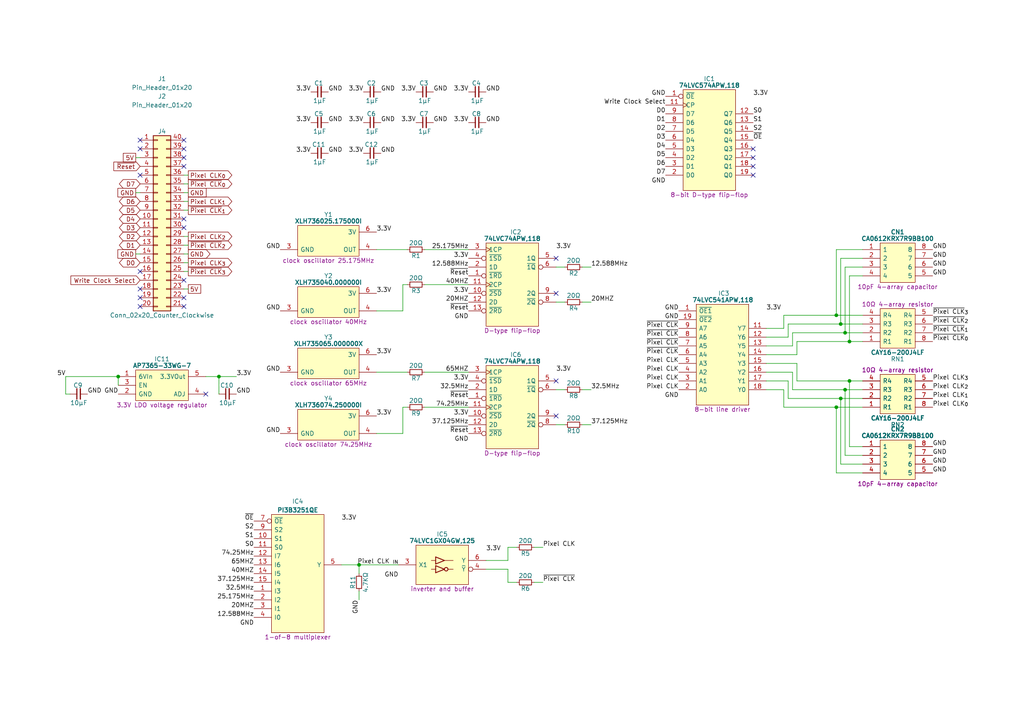
<source format=kicad_sch>
(kicad_sch (version 20250114) (generator "eeschema") (generator_version "9.0")
  (paper "A4")
  (title_block (title "Video clock") (date "2025-01-16") (rev "V0"))
  (lib_symbols
    (symbol "Bourns:CAY16-100J4LF" (pin_names (offset 0.762))
      (property "Reference" "RN" (at 10.16 5.08 0))
      (property "Value" "CAY16-100J4LF" (at 10.16 3.175 0))
      (property "Description" "10Ω 4-array resistor" (at 10.16 -10.795 0))
      (symbol "CAY16-100J4LF_0_0"
        (pin passive line (at 0 0 0) (length 5.08) (name "R1") (number "1"))
        (pin passive line (at 0 -2.54 0) (length 5.08) (name "R2") (number "2"))
        (pin passive line (at 0 -5.08 0) (length 5.08) (name "R3") (number "3"))
        (pin passive line (at 0 -7.62 0) (length 5.08) (name "R4") (number "4"))
        (pin passive line (at 20.32 0 180) (length 5.08) (name "R1") (number "8"))
        (pin passive line (at 20.32 -2.54 180) (length 5.08) (name "R2") (number "7"))
        (pin passive line (at 20.32 -5.08 180) (length 5.08) (name "R3") (number "6"))
        (pin passive line (at 20.32 -7.62 180) (length 5.08) (name "R4") (number "5"))
      )
    )
    (symbol "Connector_Generic:Conn_02x20_Counter_Clockwise" (pin_names (offset 1.016) (hide yes))
      (property "Reference" "J" (at 1.27 25.4 0))
      (property "Value" "Conn_02x20_Counter_Clockwise" (at 1.27 -27.94 0))
      (symbol "Conn_02x20_Counter_Clockwise_1_1"
        (pin passive line (at -5.08 22.86 0) (length 3.81) (name "Pin_1") (number "1"))
        (pin passive line (at -5.08 20.32 0) (length 3.81) (name "Pin_2") (number "2"))
        (pin passive line (at -5.08 17.78 0) (length 3.81) (name "Pin_3") (number "3"))
        (pin passive line (at -5.08 15.24 0) (length 3.81) (name "Pin_4") (number "4"))
        (pin passive line (at -5.08 12.7 0) (length 3.81) (name "Pin_5") (number "5"))
        (pin passive line (at -5.08 10.16 0) (length 3.81) (name "Pin_6") (number "6"))
        (pin passive line (at -5.08 7.62 0) (length 3.81) (name "Pin_7") (number "7"))
        (pin passive line (at -5.08 5.08 0) (length 3.81) (name "Pin_8") (number "8"))
        (pin passive line (at -5.08 2.54 0) (length 3.81) (name "Pin_9") (number "9"))
        (pin passive line (at -5.08 0 0) (length 3.81) (name "Pin_10") (number "10"))
        (pin passive line (at -5.08 -2.54 0) (length 3.81) (name "Pin_11") (number "11"))
        (pin passive line (at -5.08 -5.08 0) (length 3.81) (name "Pin_12") (number "12"))
        (pin passive line (at -5.08 -7.62 0) (length 3.81) (name "Pin_13") (number "13"))
        (pin passive line (at -5.08 -10.16 0) (length 3.81) (name "Pin_14") (number "14"))
        (pin passive line (at -5.08 -12.7 0) (length 3.81) (name "Pin_15") (number "15"))
        (pin passive line (at -5.08 -15.24 0) (length 3.81) (name "Pin_16") (number "16"))
        (pin passive line (at -5.08 -17.78 0) (length 3.81) (name "Pin_17") (number "17"))
        (pin passive line (at -5.08 -20.32 0) (length 3.81) (name "Pin_18") (number "18"))
        (pin passive line (at -5.08 -22.86 0) (length 3.81) (name "Pin_19") (number "19"))
        (pin passive line (at -5.08 -25.4 0) (length 3.81) (name "Pin_20") (number "20"))
        (pin passive line (at 7.62 22.86 180) (length 3.81) (name "Pin_40") (number "40"))
        (pin passive line (at 7.62 20.32 180) (length 3.81) (name "Pin_39") (number "39"))
        (pin passive line (at 7.62 17.78 180) (length 3.81) (name "Pin_38") (number "38"))
        (pin passive line (at 7.62 15.24 180) (length 3.81) (name "Pin_37") (number "37"))
        (pin passive line (at 7.62 12.7 180) (length 3.81) (name "Pin_36") (number "36"))
        (pin passive line (at 7.62 10.16 180) (length 3.81) (name "Pin_35") (number "35"))
        (pin passive line (at 7.62 7.62 180) (length 3.81) (name "Pin_34") (number "34"))
        (pin passive line (at 7.62 5.08 180) (length 3.81) (name "Pin_33") (number "33"))
        (pin passive line (at 7.62 2.54 180) (length 3.81) (name "Pin_32") (number "32"))
        (pin passive line (at 7.62 0 180) (length 3.81) (name "Pin_31") (number "31"))
        (pin passive line (at 7.62 -2.54 180) (length 3.81) (name "Pin_30") (number "30"))
        (pin passive line (at 7.62 -5.08 180) (length 3.81) (name "Pin_29") (number "29"))
        (pin passive line (at 7.62 -7.62 180) (length 3.81) (name "Pin_28") (number "28"))
        (pin passive line (at 7.62 -10.16 180) (length 3.81) (name "Pin_27") (number "27"))
        (pin passive line (at 7.62 -12.7 180) (length 3.81) (name "Pin_26") (number "26"))
        (pin passive line (at 7.62 -15.24 180) (length 3.81) (name "Pin_25") (number "25"))
        (pin passive line (at 7.62 -17.78 180) (length 3.81) (name "Pin_24") (number "24"))
        (pin passive line (at 7.62 -20.32 180) (length 3.81) (name "Pin_23") (number "23"))
        (pin passive line (at 7.62 -22.86 180) (length 3.81) (name "Pin_22") (number "22"))
        (pin passive line (at 7.62 -25.4 180) (length 3.81) (name "Pin_21") (number "21"))
      )
    )
    (symbol "Diodes_Inc:AP7365-33WG-7" (pin_names (offset 0.762))
      (property "Reference" "IC" (at 12.7 5.08 0))
      (property "Value" "AP7365-33WG-7" (at 12.7 3.175 0))
      (property "Description" "3.3V LDO voltage regulator" (at 12.7 -8.255 0))
      (symbol "AP7365-33WG-7_0_0"
        (pin input line (at 0 -2.54 0) (length 5.08) (name "EN") (number "3"))
        (pin passive line (at 0 -5.08 0) (length 5.08) (name "GND") (number "2"))
        (pin passive line (at 25.4 -5.08 180) (length 5.08) (name "ADJ") (number "4"))
      )
      (symbol "AP7365-33WG-7_1_0"
        (pin passive line (at 0 0 0) (length 5.08) (name "6VIn") (number "1"))
        (pin passive line (at 25.4 0 180) (length 5.08) (name "3.3VOut") (number "5"))
      )
    )
    (symbol "Diodes_Inc:PI3B3251QE" (pin_names (offset 0.762))
      (property "Reference" "IC" (at 12.7 5.715 0))
      (property "Value" "PI3B3251QE" (at 12.7 3.175 0))
      (property "Description" "1-of-8 multiplexer" (at 12.7 -33.655 0))
      (symbol "PI3B3251QE_0_0"
        (pin input line (at 0 -2.54 0) (length 5.08) (name "S2") (number "9"))
        (pin input line (at 0 -5.08 0) (length 5.08) (name "S1") (number "10"))
        (pin input line (at 0 -7.62 0) (length 5.08) (name "S0") (number "11"))
        (pin input line (at 0 -10.16 0) (length 5.08) (name "I7") (number "12"))
        (pin input line (at 0 -12.7 0) (length 5.08) (name "I6") (number "13"))
        (pin input line (at 0 -15.24 0) (length 5.08) (name "I5") (number "14"))
        (pin input line (at 0 -17.78 0) (length 5.08) (name "I4") (number "15"))
        (pin input line (at 0 -20.32 0) (length 5.08) (name "I3") (number "1"))
        (pin input line (at 0 -22.86 0) (length 5.08) (name "I2") (number "2"))
        (pin input line (at 0 -25.4 0) (length 5.08) (name "I1") (number "3"))
        (pin input line (at 0 -27.94 0) (length 5.08) (name "I0") (number "4"))
        (pin passive line (at 0 -30.48 0) (length 5.08) (hide yes) (name "GND") (number "8"))
      )
      (symbol "PI3B3251QE_1_0"
        (pin input inverted (at 0 0 0) (length 5.08) (name "~{OE}") (number "7"))
        (pin passive line (at 25.4 0 180) (length 5.08) (hide yes) (name "3V") (number "16"))
        (pin tri_state line (at 25.4 -12.7 180) (length 5.08) (name "Y") (number "5"))
        (pin no_connect line (at 25.4 -15.24 180) (length 5.08) (hide yes) (name "NC") (number "6"))
      )
    )
    (symbol "HCP65:C_0805" (pin_numbers (hide yes)) (pin_names (offset 0.254) (hide yes))
      (property "Reference" "C" (at 2.286 2.54 0))
      (property "Value" "?μF" (at 2.54 -2.54 0))
      (symbol "C_0805_1_1"
        (pin passive line (at 0 0 0) (length 2.032) (name "~") (number "1"))
        (pin passive line (at 5.08 0 180) (length 2.032) (name "~") (number "2"))
      )
    )
    (symbol "HCP65:Pin_Header_01x32" (pin_names (offset 1.016) (hide yes))
      (property "Reference" "J" (at 0 1.27 0))
      (property "Value" "Pin_Header_01x32" (at 0 -1.27 0))
    )
    (symbol "HCP65:R_0805" (pin_numbers (hide yes)) (pin_names (hide yes))
      (property "Reference" "R" (at 2.54 1.778 0))
      (property "Value" "?Ω" (at 2.54 -1.905 0))
      (symbol "R_0805_1_1"
        (pin passive line (at 0 0 0) (length 0.72) (name "~") (number "1"))
        (pin passive line (at 5.08 0 180) (length 0.72) (name "~") (number "2"))
      )
    )
    (symbol "Nexperia:74LVC1GX04GW,125" (pin_names (offset 0.762))
      (property "Reference" "IC" (at 12.7 5.08 0))
      (property "Value" "74LVC1GX04GW,125" (at 12.7 3.175 0))
      (property "Description" "inverter and buffer" (at 12.7 -10.795 0))
      (symbol "74LVC1GX04GW,125_0_0"
        (pin no_connect line (at 0 0 0) (length 5.08) (hide yes) (name "n.c.") (number "1"))
        (pin input line (at 0 -3.81 0) (length 5.08) (name "X1") (number "3"))
        (pin passive line (at 0 -7.62 0) (length 5.08) (hide yes) (name "GND") (number "2"))
        (pin passive line (at 25.4 0 180) (length 5.08) (hide yes) (name "3V") (number "5"))
        (pin output line (at 25.4 -2.54 180) (length 5.08) (name "Y") (number "6"))
        (pin output inverted (at 25.4 -5.08 180) (length 5.08) (name "~{Y}") (number "4"))
      )
    )
    (symbol "Nexperia:74LVC541APW,118" (pin_names (offset 0.762))
      (property "Reference" "IC" (at 11.43 5.08 0))
      (property "Value" "74LVC541APW,118" (at 3.81 3.175 0))
      (property "Description" "8-bit line driver" (at 12.7 -28.575 0))
      (symbol "74LVC541APW,118_0_0"
        (pin input line (at 0 0 0) (length 5.08) (name "~{OE1}") (number "1"))
        (pin input line (at 0 -2.54 0) (length 5.08) (name "~{OE2}") (number "19"))
        (pin input line (at 0 -5.08 0) (length 5.08) (name "A7") (number "9"))
        (pin input line (at 0 -7.62 0) (length 5.08) (name "A6") (number "8"))
        (pin input line (at 0 -10.16 0) (length 5.08) (name "A5") (number "7"))
        (pin input line (at 0 -12.7 0) (length 5.08) (name "A4") (number "6"))
        (pin input line (at 0 -15.24 0) (length 5.08) (name "A3") (number "5"))
        (pin input line (at 0 -17.78 0) (length 5.08) (name "A2") (number "4"))
        (pin input line (at 0 -20.32 0) (length 5.08) (name "A1") (number "3"))
        (pin input line (at 0 -22.86 0) (length 5.08) (name "A0") (number "2"))
        (pin passive line (at 0 -25.4 0) (length 5.08) (hide yes) (name "GND") (number "10"))
        (pin passive line (at 25.4 0 180) (length 5.08) (hide yes) (name "3V") (number "20"))
        (pin tri_state line (at 25.4 -5.08 180) (length 5.08) (name "Y7") (number "11"))
        (pin tri_state line (at 25.4 -7.62 180) (length 5.08) (name "Y6") (number "12"))
        (pin tri_state line (at 25.4 -10.16 180) (length 5.08) (name "Y5") (number "13"))
        (pin tri_state line (at 25.4 -12.7 180) (length 5.08) (name "Y4") (number "14"))
        (pin tri_state line (at 25.4 -15.24 180) (length 5.08) (name "Y3") (number "15"))
        (pin tri_state line (at 25.4 -17.78 180) (length 5.08) (name "Y2") (number "16"))
        (pin tri_state line (at 25.4 -20.32 180) (length 5.08) (name "Y1") (number "17"))
        (pin tri_state line (at 25.4 -22.86 180) (length 5.08) (name "Y0") (number "18"))
      )
    )
    (symbol "Nexperia:74LVC574APW,118" (pin_names (offset 0.762))
      (property "Reference" "IC" (at 12.7 5.08 0))
      (property "Value" "74LVC574APW,118" (at 12.7 3.175 0))
      (property "Description" "8-bit D-type flip-flop" (at 12.7 -28.575 0))
      (symbol "74LVC574APW,118_0_0"
        (pin input inverted (at 0 0 0) (length 5.08) (name "~{OE}") (number "1"))
        (pin input clock (at 0 -2.54 0) (length 5.08) (name "CP") (number "11"))
        (pin input line (at 0 -5.08 0) (length 5.08) (name "D7") (number "9"))
        (pin input line (at 0 -7.62 0) (length 5.08) (name "D6") (number "8"))
        (pin input line (at 0 -10.16 0) (length 5.08) (name "D5") (number "7"))
        (pin input line (at 0 -12.7 0) (length 5.08) (name "D4") (number "6"))
        (pin input line (at 0 -15.24 0) (length 5.08) (name "D3") (number "5"))
        (pin input line (at 0 -17.78 0) (length 5.08) (name "D2") (number "4"))
        (pin input line (at 0 -20.32 0) (length 5.08) (name "D1") (number "3"))
        (pin input line (at 0 -22.86 0) (length 5.08) (name "D0") (number "2"))
        (pin passive line (at 0 -25.4 0) (length 5.08) (hide yes) (name "GND") (number "10"))
        (pin passive line (at 25.4 0 180) (length 5.08) (hide yes) (name "3V") (number "20"))
        (pin tri_state line (at 25.4 -7.62 180) (length 5.08) (name "Q6") (number "13"))
        (pin tri_state line (at 25.4 -10.16 180) (length 5.08) (name "Q5") (number "14"))
        (pin tri_state line (at 25.4 -12.7 180) (length 5.08) (name "Q4") (number "15"))
        (pin tri_state line (at 25.4 -15.24 180) (length 5.08) (name "Q3") (number "16"))
        (pin tri_state line (at 25.4 -17.78 180) (length 5.08) (name "Q2") (number "17"))
        (pin tri_state line (at 25.4 -20.32 180) (length 5.08) (name "Q1") (number "18"))
        (pin tri_state line (at 25.4 -22.86 180) (length 5.08) (name "Q0") (number "19"))
      )
      (symbol "74LVC574APW,118_1_0"
        (pin tri_state line (at 25.4 -5.08 180) (length 5.08) (name "Q7") (number "12"))
      )
    )
    (symbol "Nexperia:74LVC74APW,118" (pin_names (offset 0.762))
      (property "Reference" "IC" (at 12.065 5.08 0))
      (property "Value" "74LVC74APW,118" (at 12.7 3.175 0))
      (property "Description" "D-type flip-flop" (at 12.7 -23.495 0))
      (symbol "74LVC74APW,118_0_0"
        (pin input clock (at 0 0 0) (length 5.08) (name "1CP") (number "3"))
        (pin input inverted (at 0 -2.54 0) (length 5.08) (name "~{1SD}") (number "4"))
        (pin input line (at 0 -5.08 0) (length 5.08) (name "1D") (number "2"))
        (pin input inverted (at 0 -7.62 0) (length 5.08) (name "~{1RD}") (number "1"))
        (pin input clock (at 0 -10.16 0) (length 5.08) (name "2CP") (number "11"))
        (pin input inverted (at 0 -12.7 0) (length 5.08) (name "~{2SD}") (number "10"))
        (pin input line (at 0 -15.24 0) (length 5.08) (name "2D") (number "12"))
        (pin input inverted (at 0 -17.78 0) (length 5.08) (name "~{2RD}") (number "13"))
        (pin passive line (at 0 -20.32 0) (length 5.08) (hide yes) (name "GND") (number "7"))
        (pin passive line (at 25.4 0 180) (length 5.08) (hide yes) (name "3V") (number "14"))
        (pin output line (at 25.4 -2.54 180) (length 5.08) (name "1Q") (number "5"))
        (pin output inverted (at 25.4 -5.08 180) (length 5.08) (name "~{1Q}") (number "6"))
        (pin output line (at 25.4 -12.7 180) (length 5.08) (name "2Q") (number "9"))
        (pin output inverted (at 25.4 -15.24 180) (length 5.08) (name "~{2Q}") (number "8"))
      )
    )
    (symbol "Renesas:XLH735040.000000I" (pin_names (offset 0.762))
      (property "Reference" "Y" (at 13.97 5.08 0))
      (property "Value" "XLH735040.000000I" (at 13.97 3.175 0))
      (property "Description" "clock oscillator 40MHz" (at 13.97 -8.255 0))
      (symbol "XLH735040.000000I_0_0"
        (pin no_connect line (at 0 0 0) (length 5.08) (hide yes) (name "E/D") (number "1"))
        (pin no_connect line (at 0 -2.54 0) (length 5.08) (hide yes) (name "NC") (number "2"))
        (pin no_connect line (at 27.94 -2.54 180) (length 5.08) (hide yes) (name "OUT2") (number "5"))
        (pin output line (at 27.94 -5.08 180) (length 5.08) (name "OUT") (number "4"))
      )
      (symbol "XLH735040.000000I_1_0"
        (pin passive line (at 0 -5.08 0) (length 5.08) (name "GND") (number "3"))
        (pin passive line (at 27.94 0 180) (length 5.08) (name "3V") (number "6"))
      )
    )
    (symbol "Renesas:XLH735065.000000X" (pin_names (offset 0.762))
      (property "Reference" "Y" (at 13.97 5.08 0))
      (property "Value" "XLH735065.000000X" (at 13.97 3.175 0))
      (property "Description" "clock oscillator 65MHz" (at 13.97 -8.255 0))
      (symbol "XLH735065.000000X_0_0"
        (pin no_connect line (at 0 0 0) (length 5.08) (hide yes) (name "E/D") (number "1"))
        (pin no_connect line (at 0 -2.54 0) (length 5.08) (hide yes) (name "NC") (number "2"))
        (pin no_connect line (at 27.94 -2.54 180) (length 5.08) (hide yes) (name "OUT2") (number "5"))
        (pin output line (at 27.94 -5.08 180) (length 5.08) (name "OUT") (number "4"))
      )
      (symbol "XLH735065.000000X_1_0"
        (pin passive line (at 0 -5.08 0) (length 5.08) (name "GND") (number "3"))
        (pin passive line (at 27.94 0 180) (length 5.08) (name "3V") (number "6"))
      )
    )
    (symbol "Renesas:XLH736025.175000I" (pin_names (offset 0.762))
      (property "Reference" "Y" (at 13.97 5.08 0))
      (property "Value" "XLH736025.175000I" (at 13.97 3.175 0))
      (property "Description" "clock oscillator 25.175MHz" (at 13.97 -8.255 0))
      (symbol "XLH736025.175000I_0_0"
        (pin no_connect line (at 0 0 0) (length 5.08) (hide yes) (name "E/D") (number "1"))
        (pin no_connect line (at 0 -2.54 0) (length 5.08) (hide yes) (name "NC") (number "2"))
        (pin no_connect line (at 27.94 -2.54 180) (length 5.08) (hide yes) (name "OUT2") (number "5"))
        (pin output line (at 27.94 -5.08 180) (length 5.08) (name "OUT") (number "4"))
      )
      (symbol "XLH736025.175000I_1_0"
        (pin passive line (at 0 -5.08 0) (length 5.08) (name "GND") (number "3"))
        (pin passive line (at 27.94 0 180) (length 5.08) (name "3V") (number "6"))
      )
    )
    (symbol "Renesas:XLH736074.250000I" (pin_names (offset 0.762))
      (property "Reference" "Y" (at 13.97 5.08 0))
      (property "Value" "XLH736074.250000I" (at 13.97 3.175 0))
      (property "Description" "clock oscillator 74.25MHz" (at 13.97 -8.255 0))
      (symbol "XLH736074.250000I_0_0"
        (pin no_connect line (at 0 0 0) (length 5.08) (hide yes) (name "E/D") (number "1"))
        (pin no_connect line (at 0 -2.54 0) (length 5.08) (hide yes) (name "NC") (number "2"))
        (pin no_connect line (at 27.94 -2.54 180) (length 5.08) (hide yes) (name "OUT2") (number "5"))
        (pin output line (at 27.94 -5.08 180) (length 5.08) (name "OUT") (number "4"))
      )
      (symbol "XLH736074.250000I_1_0"
        (pin passive line (at 0 -5.08 0) (length 5.08) (name "GND") (number "3"))
        (pin passive line (at 27.94 0 180) (length 5.08) (name "3V") (number "6"))
      )
    )
    (symbol "Yageo:CA0612KRX7R9BB100" (pin_names (offset 0.762))
      (property "Reference" "CN" (at 10.16 5.08 0))
      (property "Value" "CA0612KRX7R9BB100" (at 10.16 3.175 0))
      (property "Description" "10pF 4-array capacitor" (at 10.16 -10.795 0))
      (symbol "CA0612KRX7R9BB100_0_0"
        (pin passive line (at 0 0 0) (length 5.08) (name "1") (number "1"))
        (pin passive line (at 0 -2.54 0) (length 5.08) (name "2") (number "2"))
        (pin passive line (at 0 -5.08 0) (length 5.08) (name "3") (number "3"))
        (pin passive line (at 0 -7.62 0) (length 5.08) (name "4") (number "4"))
        (pin passive line (at 20.32 0 180) (length 5.08) (name "8") (number "8"))
        (pin passive line (at 20.32 -2.54 180) (length 5.08) (name "7") (number "7"))
        (pin passive line (at 20.32 -5.08 180) (length 5.08) (name "6") (number "6"))
        (pin passive line (at 20.32 -7.62 180) (length 5.08) (name "5") (number "5"))
      )
    )
  )
  (junction (at 242.57 91.44))
  (junction (at 63.5 109.22))
  (junction (at 245.11 96.52))
  (junction (at 246.38 110.49))
  (junction (at 242.57 118.11))
  (junction (at 246.38 99.06))
  (junction (at 104.14 163.83))
  (junction (at 34.29 109.22))
  (junction (at 243.84 93.98))
  (junction (at 243.84 115.57))
  (junction (at 245.11 113.03))
  (no_connect (at 40.64 86.36))
  (no_connect (at 40.64 40.64))
  (no_connect (at 40.64 88.9))
  (no_connect (at 218.44 45.72))
  (no_connect (at 53.34 63.5))
  (no_connect (at 161.29 110.49))
  (no_connect (at 53.34 88.9))
  (no_connect (at 53.34 40.64))
  (no_connect (at 40.64 78.74))
  (no_connect (at 161.29 85.09))
  (no_connect (at 40.64 83.82))
  (no_connect (at 40.64 50.8))
  (no_connect (at 53.34 45.72))
  (no_connect (at 218.44 43.18))
  (no_connect (at 218.44 50.8))
  (no_connect (at 161.29 74.93))
  (no_connect (at 53.34 48.26))
  (no_connect (at 53.34 66.04))
  (no_connect (at 53.34 81.28))
  (no_connect (at 40.64 43.18))
  (no_connect (at 161.29 120.65))
  (no_connect (at 59.69 114.3))
  (no_connect (at 53.34 43.18))
  (no_connect (at 218.44 48.26))
  (no_connect (at 53.34 86.36))
  (wire (pts (xy 250.19 77.47) (xy 245.11 77.47)))
  (wire (pts (xy 227.33 118.11) (xy 227.33 113.03)))
  (wire (pts (xy 250.19 115.57) (xy 243.84 115.57)))
  (wire (pts (xy 149.86 168.91) (xy 147.32 168.91)))
  (wire (pts (xy 250.19 74.93) (xy 243.84 74.93)))
  (wire (pts (xy 250.19 99.06) (xy 246.38 99.06)))
  (wire (pts (xy 104.14 173.99) (xy 104.14 171.45)))
  (wire (pts (xy 163.83 123.19) (xy 161.29 123.19)))
  (wire (pts (xy 228.6 110.49) (xy 222.25 110.49)))
  (wire (pts (xy 231.14 99.06) (xy 231.14 102.87)))
  (wire (pts (xy 54.61 55.88) (xy 53.34 55.88)))
  (wire (pts (xy 227.33 95.25) (xy 222.25 95.25)))
  (wire (pts (xy 54.61 58.42) (xy 53.34 58.42)))
  (wire (pts (xy 54.61 76.2) (xy 53.34 76.2)))
  (wire (pts (xy 228.6 97.79) (xy 222.25 97.79)))
  (wire (pts (xy 229.87 96.52) (xy 229.87 100.33)))
  (wire (pts (xy 229.87 100.33) (xy 222.25 100.33)))
  (wire (pts (xy 242.57 137.16) (xy 242.57 118.11)))
  (wire (pts (xy 54.61 53.34) (xy 53.34 53.34)))
  (wire (pts (xy 163.83 113.03) (xy 161.29 113.03)))
  (wire (pts (xy 250.19 72.39) (xy 242.57 72.39)))
  (wire (pts (xy 34.29 109.22) (xy 34.29 111.76)))
  (wire (pts (xy 147.32 168.91) (xy 147.32 165.1)))
  (wire (pts (xy 149.86 158.75) (xy 147.32 158.75)))
  (wire (pts (xy 250.19 137.16) (xy 242.57 137.16)))
  (wire (pts (xy 147.32 158.75) (xy 147.32 162.56)))
  (wire (pts (xy 116.84 118.11) (xy 116.84 125.73)))
  (wire (pts (xy 19.05 109.22) (xy 19.05 114.3)))
  (wire (pts (xy 116.84 82.55) (xy 116.84 90.17)))
  (wire (pts (xy 39.37 45.72) (xy 40.64 45.72)))
  (wire (pts (xy 54.61 71.12) (xy 53.34 71.12)))
  (wire (pts (xy 109.22 72.39) (xy 118.11 72.39)))
  (wire (pts (xy 250.19 80.01) (xy 246.38 80.01)))
  (wire (pts (xy 246.38 80.01) (xy 246.38 99.06)))
  (wire (pts (xy 242.57 118.11) (xy 227.33 118.11)))
  (wire (pts (xy 243.84 115.57) (xy 228.6 115.57)))
  (wire (pts (xy 54.61 60.96) (xy 53.34 60.96)))
  (wire (pts (xy 250.19 118.11) (xy 242.57 118.11)))
  (wire (pts (xy 231.14 110.49) (xy 231.14 105.41)))
  (wire (pts (xy 59.69 109.22) (xy 63.5 109.22)))
  (wire (pts (xy 243.84 74.93) (xy 243.84 93.98)))
  (wire (pts (xy 135.89 118.11) (xy 123.19 118.11)))
  (wire (pts (xy 118.11 82.55) (xy 116.84 82.55)))
  (wire (pts (xy 157.48 168.91) (xy 154.94 168.91)))
  (wire (pts (xy 250.19 132.08) (xy 245.11 132.08)))
  (wire (pts (xy 228.6 93.98) (xy 228.6 97.79)))
  (wire (pts (xy 250.19 91.44) (xy 242.57 91.44)))
  (wire (pts (xy 171.45 77.47) (xy 168.91 77.47)))
  (wire (pts (xy 63.5 114.3) (xy 63.5 109.22)))
  (wire (pts (xy 163.83 77.47) (xy 161.29 77.47)))
  (wire (pts (xy 250.19 134.62) (xy 243.84 134.62)))
  (wire (pts (xy 157.48 158.75) (xy 154.94 158.75)))
  (wire (pts (xy 245.11 113.03) (xy 229.87 113.03)))
  (wire (pts (xy 171.45 113.03) (xy 168.91 113.03)))
  (wire (pts (xy 250.19 96.52) (xy 245.11 96.52)))
  (wire (pts (xy 104.14 163.83) (xy 115.57 163.83)))
  (wire (pts (xy 54.61 78.74) (xy 53.34 78.74)))
  (wire (pts (xy 54.61 83.82) (xy 53.34 83.82)))
  (wire (pts (xy 54.61 50.8) (xy 53.34 50.8)))
  (wire (pts (xy 109.22 107.95) (xy 118.11 107.95)))
  (wire (pts (xy 243.84 93.98) (xy 228.6 93.98)))
  (wire (pts (xy 245.11 132.08) (xy 245.11 113.03)))
  (wire (pts (xy 123.19 107.95) (xy 135.89 107.95)))
  (wire (pts (xy 54.61 68.58) (xy 53.34 68.58)))
  (wire (pts (xy 171.45 123.19) (xy 168.91 123.19)))
  (wire (pts (xy 250.19 113.03) (xy 245.11 113.03)))
  (wire (pts (xy 104.14 163.83) (xy 104.14 166.37)))
  (wire (pts (xy 243.84 134.62) (xy 243.84 115.57)))
  (wire (pts (xy 231.14 102.87) (xy 222.25 102.87)))
  (wire (pts (xy 227.33 113.03) (xy 222.25 113.03)))
  (wire (pts (xy 135.89 82.55) (xy 123.19 82.55)))
  (wire (pts (xy 245.11 96.52) (xy 229.87 96.52)))
  (wire (pts (xy 231.14 105.41) (xy 222.25 105.41)))
  (wire (pts (xy 147.32 165.1) (xy 140.97 165.1)))
  (wire (pts (xy 171.45 87.63) (xy 168.91 87.63)))
  (wire (pts (xy 250.19 129.54) (xy 246.38 129.54)))
  (wire (pts (xy 245.11 77.47) (xy 245.11 96.52)))
  (wire (pts (xy 123.19 72.39) (xy 135.89 72.39)))
  (wire (pts (xy 39.37 55.88) (xy 40.64 55.88)))
  (wire (pts (xy 116.84 90.17) (xy 109.22 90.17)))
  (wire (pts (xy 246.38 129.54) (xy 246.38 110.49)))
  (wire (pts (xy 163.83 87.63) (xy 161.29 87.63)))
  (wire (pts (xy 250.19 93.98) (xy 243.84 93.98)))
  (wire (pts (xy 116.84 125.73) (xy 109.22 125.73)))
  (wire (pts (xy 54.61 73.66) (xy 53.34 73.66)))
  (wire (pts (xy 250.19 110.49) (xy 246.38 110.49)))
  (wire (pts (xy 242.57 91.44) (xy 227.33 91.44)))
  (wire (pts (xy 19.05 109.22) (xy 34.29 109.22)))
  (wire (pts (xy 246.38 99.06) (xy 231.14 99.06)))
  (wire (pts (xy 147.32 162.56) (xy 140.97 162.56)))
  (wire (pts (xy 63.5 109.22) (xy 68.58 109.22)))
  (wire (pts (xy 118.11 118.11) (xy 116.84 118.11)))
  (wire (pts (xy 242.57 72.39) (xy 242.57 91.44)))
  (wire (pts (xy 39.37 73.66) (xy 40.64 73.66)))
  (wire (pts (xy 19.05 114.3) (xy 20.32 114.3)))
  (wire (pts (xy 229.87 113.03) (xy 229.87 107.95)))
  (wire (pts (xy 228.6 115.57) (xy 228.6 110.49)))
  (wire (pts (xy 227.33 91.44) (xy 227.33 95.25)))
  (wire (pts (xy 246.38 110.49) (xy 231.14 110.49)))
  (wire (pts (xy 99.06 163.83) (xy 104.14 163.83)))
  (wire (pts (xy 229.87 107.95) (xy 222.25 107.95)))
  (label "GND" (at 25.4 114.3 0))
  (label "~{OE}" (at 218.44 40.64 0))
  (label "GND" (at 140.97 26.67 0))
  (label "Pixel CLK" (at 196.85 110.49 180))
  (label "3.3V" (at 109.22 67.31 0))
  (label "Pixel CLK_{0}" (at 270.51 118.11 0))
  (label "3.3V" (at 109.22 102.87 0))
  (label "GND" (at 193.04 53.34 180))
  (label "GND" (at 135.89 128.27 180))
  (label "3.3V" (at 99.06 151.13 0))
  (label "GND" (at 125.73 35.56 0))
  (label "D3" (at 193.04 40.64 180))
  (label "GND" (at 135.89 92.71 180))
  (label "S2" (at 73.66 153.67 180))
  (label "D6" (at 193.04 48.26 180))
  (label "3.3V" (at 135.89 120.65 180))
  (label "65MHZ" (at 73.66 163.83 180))
  (label "32.5MHz" (at 73.66 171.45 180))
  (label "Pixel CLK" (at 196.85 113.03 180))
  (label "12.588MHz" (at 73.66 179.07 180))
  (label "S0" (at 73.66 158.75 180))
  (label "~{Pixel CLK}" (at 196.85 100.33 180))
  (label "GND" (at 270.51 77.47 0))
  (label "D2" (at 193.04 38.1 180))
  (label "GND" (at 95.25 26.67 0))
  (label "D1" (at 193.04 35.56 180))
  (label "~{Reset}" (at 135.89 90.17 180))
  (label "3.3V" (at 135.89 85.09 180))
  (label "GND" (at 270.51 74.93 0))
  (label "25.175MHz" (at 73.66 173.99 180))
  (label "74.25MHz" (at 135.89 118.11 180))
  (label "GND" (at 110.49 26.67 0))
  (label "32.5MHz" (at 135.89 113.03 180))
  (label "~{Pixel CLK}_{3}" (at 270.51 91.44 0))
  (label "D4" (at 193.04 43.18 180))
  (label "3.3V" (at 90.17 35.56 180))
  (label "S1" (at 73.66 156.21 180))
  (label "GND" (at 81.28 107.95 180))
  (label "GND" (at 81.28 125.73 180))
  (label "S1" (at 218.44 35.56 0))
  (label "GND" (at 81.28 72.39 180))
  (label "37.125MHz" (at 171.45 123.19 0))
  (label "GND" (at 196.85 115.57 180))
  (label "~{Reset}" (at 135.89 115.57 180))
  (label "GND" (at 73.66 181.61 180))
  (label "3.3V" (at 120.65 35.56 180))
  (label "3.3V" (at 135.89 74.93 180))
  (label "GND" (at 270.51 129.54 0))
  (label "37.125MHz" (at 73.66 168.91 180))
  (label "Pixel CLK" (at 157.48 158.75 0))
  (label "GND" (at 110.49 44.45 0))
  (label "65MHZ" (at 135.89 107.95 180))
  (label "~{Pixel CLK}" (at 157.48 168.91 0))
  (label "~{Pixel CLK}" (at 196.85 97.79 180))
  (label "3.3V" (at 68.58 109.22 0))
  (label "3.3V" (at 120.65 26.67 180))
  (label "37.125MHz" (at 135.89 123.19 180))
  (label "Write Clock Select" (at 193.04 30.48 180))
  (label "GND" (at 125.73 26.67 0))
  (label "3.3V" (at 109.22 85.09 0))
  (label "25.175MHz" (at 135.89 72.39 180))
  (label "40MHZ" (at 135.89 82.55 180))
  (label "3.3V" (at 105.41 26.67 180))
  (label "12.588MHz" (at 135.89 77.47 180))
  (label "3.3V" (at 109.22 120.65 0))
  (label "GND" (at 196.85 92.71 180))
  (label "3.3V" (at 135.89 26.67 180))
  (label "GND" (at 95.25 44.45 0))
  (label "3.3V" (at 105.41 44.45 180))
  (label "GND" (at 270.51 137.16 0))
  (label "5V" (at 19.05 109.22 180))
  (label "GND" (at 115.57 167.64 180))
  (label "GND" (at 140.97 35.56 0))
  (label "~{Pixel CLK}" (at 196.85 102.87 180))
  (label "Pixel CLK _{IN}" (at 115.57 163.83 180))
  (label "GND" (at 270.51 134.62 0))
  (label "~{Reset}" (at 135.89 80.01 180))
  (label "20MHZ" (at 135.89 87.63 180))
  (label "3.3V" (at 161.29 107.95 0))
  (label "12.588MHz" (at 171.45 77.47 0))
  (label "GND" (at 270.51 72.39 0))
  (label "~{Pixel CLK}" (at 196.85 95.25 180))
  (label "Pixel CLK" (at 196.85 105.41 180))
  (label "3.3V" (at 161.29 72.39 0))
  (label "D0" (at 193.04 33.02 180))
  (label "~{Pixel CLK}_{2}" (at 270.51 93.98 0))
  (label "3.3V" (at 90.17 44.45 180))
  (label "20MHZ" (at 73.66 176.53 180))
  (label "GND" (at 270.51 80.01 0))
  (label "20MHZ" (at 171.45 87.63 0))
  (label "Pixel CLK_{3}" (at 270.51 110.49 0))
  (label "3.3V" (at 222.25 90.17 0))
  (label "3.3V" (at 135.89 35.56 180))
  (label "3.3V" (at 218.44 27.94 0))
  (label "GND" (at 193.04 27.94 180))
  (label "~{Pixel CLK}_{0}" (at 270.51 99.06 0))
  (label "3.3V" (at 140.97 160.02 0))
  (label "Pixel CLK_{1}" (at 270.51 115.57 0))
  (label "40MHZ" (at 73.66 166.37 180))
  (label "Pixel CLK_{2}" (at 270.51 113.03 0))
  (label "GND" (at 270.51 132.08 0))
  (label "~{OE}" (at 73.66 151.13 180))
  (label "GND" (at 68.58 114.3 0))
  (label "3.3V" (at 105.41 35.56 180))
  (label "GND" (at 110.49 35.56 0))
  (label "Pixel CLK" (at 196.85 107.95 180))
  (label "GND" (at 34.29 114.3 180))
  (label "3.3V" (at 90.17 26.67 180))
  (label "D7" (at 193.04 50.8 180))
  (label "GND" (at 95.25 35.56 0))
  (label "74.25MHz" (at 73.66 161.29 180))
  (label "S2" (at 218.44 38.1 0))
  (label "32.5MHz" (at 171.45 113.03 0))
  (label "D5" (at 193.04 45.72 180))
  (label "GND" (at 196.85 90.17 180))
  (label "~{Pixel CLK}_{1}" (at 270.51 96.52 0))
  (label "S0" (at 218.44 33.02 0))
  (label "3.3V" (at 135.89 110.49 180))
  (label "GND" (at 81.28 90.17 180))
  (label "GND" (at 104.14 173.99 270))
  (label "~{Reset}" (at 135.89 125.73 180))
  (global_label "D4" (shape tri_state) (at 40.64 63.5 180) (property "Intersheetrefs" "${INTERSHEET_REFS}" (effects (hide yes))))
  (global_label "~{Pixel CLK}_{0}" (shape output) (at 54.61 53.34 0) (property "Intersheetrefs" "${INTERSHEET_REFS}" (effects (hide yes))))
  (global_label "~{Pixel CLK}_{1}" (shape output) (at 54.61 60.96 0) (property "Intersheetrefs" "${INTERSHEET_REFS}" (effects (hide yes))))
  (global_label "~{Reset}" (shape input) (at 40.64 48.26 180) (property "Intersheetrefs" "${INTERSHEET_REFS}" (effects (hide yes))))
  (global_label "D7" (shape tri_state) (at 40.64 53.34 180) (property "Intersheetrefs" "${INTERSHEET_REFS}" (effects (hide yes))))
  (global_label "Pixel CLK_{2}" (shape output) (at 54.61 68.58 0) (property "Intersheetrefs" "${INTERSHEET_REFS}" (effects (hide yes))))
  (global_label "5V" (shape passive) (at 54.61 83.82 0) (property "Intersheetrefs" "${INTERSHEET_REFS}" (effects (hide yes))))
  (global_label "Pixel CLK_{0}" (shape output) (at 54.61 50.8 0) (property "Intersheetrefs" "${INTERSHEET_REFS}" (effects (hide yes))))
  (global_label "D3" (shape tri_state) (at 40.64 66.04 180) (property "Intersheetrefs" "${INTERSHEET_REFS}" (effects (hide yes))))
  (global_label "GND" (shape output) (at 54.61 73.66 0) (property "Intersheetrefs" "${INTERSHEET_REFS}" (effects (hide yes))))
  (global_label "Write Clock Select" (shape input) (at 40.64 81.28 180) (property "Intersheetrefs" "${INTERSHEET_REFS}" (effects (hide yes))))
  (global_label "~{Pixel CLK}_{2}" (shape output) (at 54.61 71.12 0) (property "Intersheetrefs" "${INTERSHEET_REFS}" (effects (hide yes))))
  (global_label "Pixel CLK_{1}" (shape output) (at 54.61 58.42 0) (property "Intersheetrefs" "${INTERSHEET_REFS}" (effects (hide yes))))
  (global_label "Pixel CLK_{3}" (shape output) (at 54.61 76.2 0) (property "Intersheetrefs" "${INTERSHEET_REFS}" (effects (hide yes))))
  (global_label "D1" (shape tri_state) (at 40.64 71.12 180) (property "Intersheetrefs" "${INTERSHEET_REFS}" (effects (hide yes))))
  (global_label "GND" (shape passive) (at 54.61 55.88 0) (property "Intersheetrefs" "${INTERSHEET_REFS}" (effects (hide yes))))
  (global_label "D5" (shape tri_state) (at 40.64 60.96 180) (property "Intersheetrefs" "${INTERSHEET_REFS}" (effects (hide yes))))
  (global_label "GND" (shape passive) (at 39.37 73.66 180) (property "Intersheetrefs" "${INTERSHEET_REFS}" (effects (hide yes))))
  (global_label "D2" (shape tri_state) (at 40.64 68.58 180) (property "Intersheetrefs" "${INTERSHEET_REFS}" (effects (hide yes))))
  (global_label "D0" (shape tri_state) (at 40.64 76.2 180) (property "Intersheetrefs" "${INTERSHEET_REFS}" (effects (hide yes))))
  (global_label "5V" (shape passive) (at 39.37 45.72 180) (property "Intersheetrefs" "${INTERSHEET_REFS}" (effects (hide yes))))
  (global_label "D6" (shape tri_state) (at 40.64 58.42 180) (property "Intersheetrefs" "${INTERSHEET_REFS}" (effects (hide yes))))
  (global_label "GND" (shape passive) (at 39.37 55.88 180) (property "Intersheetrefs" "${INTERSHEET_REFS}" (effects (hide yes))))
  (global_label "~{Pixel CLK}_{3}" (shape output) (at 54.61 78.74 0) (property "Intersheetrefs" "${INTERSHEET_REFS}" (effects (hide yes))))
  (symbol (lib_id "Renesas:XLH735065.000000X") (at 81.28 102.87 0) (unit 1)
    (property "Reference" "Y3" (at 95.25 97.79 0))
    (property "Value" "XLH735065.000000X" (at 95.25 99.695 0) (effects (font (bold yes))))
    (property "Footprint" "SamacSys_Parts:XLH735065000000X" (effects (hide yes)))
    (property "Datasheet" "https://www.mouser.co.za/datasheet/2/698/REN_XL_Crystal_Oscillators_Datasheet_DST_20220111-1954959.pdf" (effects (hide yes)))
    (property "Description" "clock oscillator 65MHz" (at 95.25 111.125 0))
    (property "Height" "1.45" (effects (hide yes)))
    (property "Manufacturer_Name" "Renesas Electronics" (effects (hide yes)))
    (property "Manufacturer_Part_Number" "XLH735065.000000X" (effects (hide yes)))
    (property "Mouser Part Number" "972-XLH735065000000X" (effects (hide yes)))
    (property "Mouser Price/Stock" "https://www.mouser.co.uk/ProductDetail/Renesas-IDT/XLH735065000000X?qs=itIaUkCn8qAtHSpXqlPpaQ%3D%3D" (effects (hide yes)))
    (property "Silkscreen" "XLH735065" (effects (hide yes)))
    (property "Garbage" "Standard Clock Oscillators 65 MHz, HCMOS 3.3V, 50 ppm" (effects (hide yes)))
  )
  (symbol (lib_id "Renesas:XLH736074.250000I") (at 81.28 120.65 0) (unit 1)
    (property "Reference" "Y4" (at 95.25 115.57 0))
    (property "Value" "XLH736074.250000I" (at 95.25 117.475 0) (effects (font (bold yes))))
    (property "Footprint" "SamacSys_Parts:XLH736074250000I" (effects (hide yes)))
    (property "Datasheet" "https://www.mouser.co.za/datasheet/2/698/REN_XL_Crystal_Oscillators_Datasheet_DST_20210818-1954959.pdf" (effects (hide yes)))
    (property "Description" "clock oscillator 74.25MHz" (at 95.25 128.905 0))
    (property "Height" "1.45" (effects (hide yes)))
    (property "Manufacturer_Name" "Renesas Electronics" (effects (hide yes)))
    (property "Manufacturer_Part_Number" "XLH736074.250000I" (effects (hide yes)))
    (property "Mouser Part Number" "972-XLH736074250000I" (effects (hide yes)))
    (property "Mouser Price/Stock" "https://www.mouser.co.uk/ProductDetail/Renesas-IDT/XLH736074250000I?qs=itIaUkCn8qA4%252BHXH6A9bIA%3D%3D" (effects (hide yes)))
    (property "Silkscreen" "XLH736074.25" (effects (hide yes)))
    (property "Garbage" "Standard Clock Oscillators 74.25 MHz, HCMOS 3.3V, 25 ppm" (effects (hide yes)))
  )
  (symbol (lib_id "HCP65:C_0805") (at 135.89 26.67 0) (unit 1)
    (property "Reference" "C4" (at 138.176 24.13 0))
    (property "Value" "1μF" (at 138.43 29.21 0))
    (property "Footprint" "SamacSys_Parts:C_0805" (effects (hide yes)))
  )
  (symbol (lib_id "HCP65:C_0805") (at 120.65 35.56 0) (unit 1)
    (property "Reference" "C7" (at 122.936 33.02 0))
    (property "Value" "1μF" (at 123.19 38.1 0))
    (property "Footprint" "SamacSys_Parts:C_0805" (effects (hide yes)))
  )
  (symbol (lib_id "HCP65:R_0805") (at 163.83 87.63 0) (mirror x) (unit 1)
    (property "Reference" "R4" (at 166.37 89.408 0))
    (property "Value" "20Ω" (at 166.37 85.725 0))
    (property "Footprint" "SamacSys_Parts:R_0805" (effects (hide yes)))
  )
  (symbol (lib_id "HCP65:R_0805") (at 149.86 168.91 0) (mirror x) (unit 1)
    (property "Reference" "R6" (at 152.4 170.688 0))
    (property "Value" "20Ω" (at 152.4 167.005 0))
    (property "Footprint" "SamacSys_Parts:R_0805" (effects (hide yes)))
  )
  (symbol (lib_id "HCP65:R_0805") (at 118.11 118.11 0) (mirror x) (unit 1)
    (property "Reference" "R9" (at 120.65 119.888 0))
    (property "Value" "20Ω" (at 120.65 116.205 0))
    (property "Footprint" "SamacSys_Parts:R_0805" (effects (hide yes)))
  )
  (symbol (lib_id "Nexperia:74LVC541APW,118") (at 196.85 90.17 0) (unit 1)
    (property "Reference" "IC3" (at 208.28 85.09 0) (effects (justify left)))
    (property "Value" "74LVC541APW,118" (at 200.66 86.995 0) (effects (font (bold yes)) (justify left)))
    (property "Footprint" "SamacSys_Parts:SOP65P640X110-20N" (effects (hide yes)))
    (property "Datasheet" "https://assets.nexperia.com/documents/data-sheet/74LVC541A.pdf" (effects (hide yes)))
    (property "Description" "8-bit line driver" (at 209.55 118.745 0))
    (property "Height" "1.1" (effects (hide yes)))
    (property "Mouser Part Number" "771-74LVC541APW-T" (effects (hide yes)))
    (property "Mouser Price/Stock" "https://www.mouser.co.uk/ProductDetail/Nexperia/74LVC541APW118?qs=me8TqzrmIYXvoPByM7nnJQ%3D%3D" (effects (hide yes)))
    (property "Manufacturer_Name" "Nexperia" (effects (hide yes)))
    (property "Manufacturer_Part_Number" "74LVC541APW,118" (effects (hide yes)))
    (property "Silkscreen" "74LVC541" (effects (hide yes)))
    (property "Garbage" "74LVC541A - Octal buffer/line driver with 5 V tolerant inputs/outputs; 3-state@en-us" (effects (hide yes)))
  )
  (symbol (lib_id "HCP65:R_0805") (at 104.14 166.37 90) (mirror x) (unit 1)
    (property "Reference" "R11" (at 102.362 168.91 0))
    (property "Value" "4.7KΩ" (at 106.045 168.91 0))
    (property "Footprint" "SamacSys_Parts:R_0805" (effects (hide yes)))
  )
  (symbol (lib_id "HCP65:R_0805") (at 149.86 158.75 0) (mirror x) (unit 1)
    (property "Reference" "R5" (at 152.4 160.528 0))
    (property "Value" "20Ω" (at 152.4 156.845 0))
    (property "Footprint" "SamacSys_Parts:R_0805" (effects (hide yes)))
  )
  (symbol (lib_id "HCP65:C_0805") (at 90.17 26.67 0) (unit 1)
    (property "Reference" "C1" (at 92.456 24.13 0))
    (property "Value" "1μF" (at 92.71 29.21 0))
    (property "Footprint" "SamacSys_Parts:C_0805" (effects (hide yes)))
  )
  (symbol (lib_id "Bourns:CAY16-100J4LF") (at 250.19 118.11 0) (mirror x) (unit 1)
    (property "Reference" "RN2" (at 260.35 123.19 0))
    (property "Value" "CAY16-200J4LF" (at 260.35 121.285 0) (effects (font (bold yes))))
    (property "Footprint" "SamacSys_Parts:CAY16-F4" (effects (hide yes)))
    (property "Datasheet" "https://www.bourns.com/pdfs/CATCAY.pdf" (effects (hide yes)))
    (property "Description" "10Ω 4-array resistor" (at 260.35 107.315 0))
    (property "Manufacturer_Name" "Bourns" (effects (hide yes)))
    (property "Manufacturer_Part_Number" "CAY16-331J4LF" (effects (hide yes)))
    (property "Mouser Part Number" "652-CAY16-331J4LF" (effects (hide yes)))
    (property "Mouser Price/Stock" "https://www.mouser.co.uk/ProductDetail/Bourns/CAY16-331J4LF?qs=S%2FtQCknEyz%2FCCx8IkpB2bQ%3D%3D" (effects (hide yes)))
    (property "Arrow Part Number" "CAY16-331J4LF" (effects (hide yes)))
    (property "Arrow Price/Stock" "https://www.arrow.com/en/products/cay16-331j4lf/bourns?region=nac" (effects (hide yes)))
    (property "Silkscreen" "10Ω" (effects (hide yes)))
    (property "Garbage" "Bourns CAY16 Series 10 +/-5% Isolated SMT Resistor Array, 4 Resistors, 0.25W total 1206 (3216M) package Convex" (effects (hide yes)))
  )
  (symbol (lib_id "HCP65:C_0805") (at 20.32 114.3 0) (unit 1)
    (property "Reference" "C9" (at 22.606 111.76 0))
    (property "Value" "10μF" (at 22.86 116.84 0))
    (property "Footprint" "SamacSys_Parts:C_0805" (effects (hide yes)))
  )
  (symbol (lib_id "HCP65:C_0805") (at 120.65 26.67 0) (unit 1)
    (property "Reference" "C3" (at 122.936 24.13 0))
    (property "Value" "1μF" (at 123.19 29.21 0))
    (property "Footprint" "SamacSys_Parts:C_0805" (effects (hide yes)))
  )
  (symbol (lib_id "Yageo:CA0612KRX7R9BB100") (at 250.19 72.39 0) (unit 1)
    (property "Reference" "CN1" (at 260.35 67.31 0) (effects (font (bold yes))))
    (property "Value" "CA0612KRX7R9BB100" (at 260.35 69.215 0) (effects (font (bold yes))))
    (property "Footprint" "SamacSys_Parts:CA0612KRX7R9BB100" (effects (hide yes)))
    (property "Datasheet" "https://componentsearchengine.com/Datasheets/1/CA0612KRX7R9BB102.pdf" (effects (hide yes)))
    (property "Description" "10pF 4-array capacitor" (at 260.35 83.185 0))
    (property "Manufacturer_Name" "KEMET" (effects (hide yes)))
    (property "Manufacturer_Part_Number" "CA0612KRX7R9BB102" (effects (hide yes)))
    (property "Mouser Part Number" "603-CA612KRX7R9BB102" (effects (hide yes)))
    (property "Mouser Price/Stock" "https://www.mouser.co.uk/ProductDetail/YAGEO/CA0612KRX7R9BB102?qs=50q%252BZR8McTG8nSzW%2FPfXjQ%3D%3D" (effects (hide yes)))
    (property "Silkscreen" "10pF" (effects (hide yes)))
  )
  (symbol (lib_id "Renesas:XLH735040.000000I") (at 81.28 85.09 0) (unit 1)
    (property "Reference" "Y2" (at 95.25 80.01 0))
    (property "Value" "XLH735040.000000I" (at 95.25 81.915 0) (effects (font (bold yes))))
    (property "Footprint" "SamacSys_Parts:XLH736074250000I" (effects (hide yes)))
    (property "Datasheet" "https://www.mouser.co.za/datasheet/2/698/REN_XL_Crystal_Oscillators_Datasheet_DST_20210818-1954959.pdf" (effects (hide yes)))
    (property "Description" "clock oscillator 40MHz" (at 95.25 93.345 0))
    (property "Height" "1.45" (effects (hide yes)))
    (property "Manufacturer_Name" "Renesas Electronics" (effects (hide yes)))
    (property "Manufacturer_Part_Number" "XLH735040.000000I" (effects (hide yes)))
    (property "Mouser Part Number" "972-LH735040.000000I" (effects (hide yes)))
    (property "Silkscreen" "XLH736040" (effects (hide yes)))
    (property "Garbage" "Standard Clock Oscillators 40 MHz, HCMOS 3.3V, 25 ppm" (effects (hide yes)))
  )
  (symbol (lib_id "HCP65:C_0805") (at 90.17 35.56 0) (unit 1)
    (property "Reference" "C5" (at 92.456 33.02 0))
    (property "Value" "1μF" (at 92.71 38.1 0))
    (property "Footprint" "SamacSys_Parts:C_0805" (effects (hide yes)))
  )
  (symbol (lib_id "HCP65:C_0805") (at 90.17 44.45 0) (unit 1)
    (property "Reference" "C11" (at 92.456 41.91 0))
    (property "Value" "1μF" (at 92.71 46.99 0))
    (property "Footprint" "SamacSys_Parts:C_0805" (effects (hide yes)))
  )
  (symbol (lib_id "HCP65:C_0805") (at 105.41 44.45 0) (unit 1)
    (property "Reference" "C12" (at 107.696 41.91 0))
    (property "Value" "1μF" (at 107.95 46.99 0))
    (property "Footprint" "SamacSys_Parts:C_0805" (effects (hide yes)))
  )
  (symbol (lib_id "Nexperia:74LVC574APW,118") (at 193.04 27.94 0) (unit 1)
    (property "Reference" "IC1" (at 205.74 22.86 0))
    (property "Value" "74LVC574APW,118" (at 205.74 24.765 0) (effects (font (bold yes))))
    (property "Footprint" "SamacSys_Parts:SOP65P640X110-20N" (effects (hide yes)))
    (property "Datasheet" "https://assets.nexperia.com/documents/data-sheet/74LVC574A.pdf" (effects (hide yes)))
    (property "Description" "8-bit D-type flip-flop" (at 205.74 56.515 0))
    (property "Height" "1.1" (effects (hide yes)))
    (property "Manufacturer_Name" "Nexperia" (effects (hide yes)))
    (property "Manufacturer_Part_Number" "74LVC574APW,118" (effects (hide yes)))
    (property "Mouser Part Number" "771-74LVC574APW-T" (effects (hide yes)))
    (property "Mouser Price/Stock" "https://www.mouser.co.uk/ProductDetail/Nexperia/74LVC574APW118?qs=me8TqzrmIYXFXrN3QSTUuw%3D%3D" (effects (hide yes)))
    (property "Silkscreen" "74LVC574" (effects (hide yes)))
    (property "Garbage" "74LVC574A - Octal D-type flip-flop with 5 V tolerant inputs/outputs; positive edge-trigger (3-state)@en-us" (effects (hide yes)))
  )
  (symbol (lib_id "HCP65:R_0805") (at 163.83 113.03 0) (mirror x) (unit 1)
    (property "Reference" "R8" (at 166.37 114.808 0))
    (property "Value" "20Ω" (at 166.37 111.125 0))
    (property "Footprint" "SamacSys_Parts:R_0805" (effects (hide yes)))
  )
  (symbol (lib_id "HCP65:R_0805") (at 118.11 72.39 0) (mirror x) (unit 1)
    (property "Reference" "R1" (at 120.65 74.168 0))
    (property "Value" "20Ω" (at 120.65 70.485 0))
    (property "Footprint" "SamacSys_Parts:R_0805" (effects (hide yes)))
  )
  (symbol (lib_id "Bourns:CAY16-100J4LF") (at 250.19 99.06 0) (mirror x) (unit 1)
    (property "Reference" "RN1" (at 260.35 104.14 0))
    (property "Value" "CAY16-200J4LF" (at 260.35 102.235 0) (effects (font (bold yes))))
    (property "Footprint" "SamacSys_Parts:CAY16-F4" (effects (hide yes)))
    (property "Datasheet" "https://www.bourns.com/pdfs/CATCAY.pdf" (effects (hide yes)))
    (property "Description" "10Ω 4-array resistor" (at 260.35 88.265 0))
    (property "Manufacturer_Name" "Bourns" (effects (hide yes)))
    (property "Manufacturer_Part_Number" "CAY16-331J4LF" (effects (hide yes)))
    (property "Mouser Part Number" "652-CAY16-331J4LF" (effects (hide yes)))
    (property "Mouser Price/Stock" "https://www.mouser.co.uk/ProductDetail/Bourns/CAY16-331J4LF?qs=S%2FtQCknEyz%2FCCx8IkpB2bQ%3D%3D" (effects (hide yes)))
    (property "Arrow Part Number" "CAY16-331J4LF" (effects (hide yes)))
    (property "Arrow Price/Stock" "https://www.arrow.com/en/products/cay16-331j4lf/bourns?region=nac" (effects (hide yes)))
    (property "Silkscreen" "10Ω" (effects (hide yes)))
    (property "Garbage" "Bourns CAY16 Series 10 +/-5% Isolated SMT Resistor Array, 4 Resistors, 0.25W total 1206 (3216M) package Convex" (effects (hide yes)))
  )
  (symbol (lib_id "Diodes_Inc:AP7365-33WG-7") (at 34.29 109.22 0) (unit 1)
    (property "Reference" "IC11" (at 46.99 104.14 0))
    (property "Value" "AP7365-33WG-7" (at 46.99 106.045 0) (effects (font (bold yes))))
    (property "Footprint" "SamacSys_Parts:SOT95P285X130-5N" (effects (hide yes)))
    (property "Datasheet" "https://componentsearchengine.com/Datasheets/1/AP7365-33WG-7.pdf" (effects (hide yes)))
    (property "Description" "3.3V LDO voltage regulator" (at 46.99 117.475 0))
    (property "Height" "1.3" (effects (hide yes)))
    (property "Manufacturer_Name" "Diodes Inc." (effects (hide yes)))
    (property "Manufacturer_Part_Number" "AP7365-33WG-7" (effects (hide yes)))
    (property "Mouser Part Number" "621-AP7365-33WG-7" (effects (hide yes)))
    (property "Mouser Price/Stock" "https://www.mouser.co.uk/ProductDetail/Diodes-Incorporated/AP7365-33WG-7?qs=abZ1nkZpTuOZFvxvoFPL0w%3D%3D" (effects (hide yes)))
    (property "Arrow Part Number" "AP7365-33WG-7" (effects (hide yes)))
    (property "Arrow Price/Stock" "https://www.arrow.com/en/products/ap7365-33wg-7/diodes-incorporated?region=nac" (effects (hide yes)))
    (property "Silkscreen" "AP7365" (effects (hide yes)))
  )
  (symbol (lib_id "Diodes_Inc:PI3B3251QE") (at 73.66 151.13 0) (unit 1)
    (property "Reference" "IC4" (at 86.36 145.415 0))
    (property "Value" "PI3B3251QE" (at 86.36 147.955 0) (effects (font (bold yes))))
    (property "Footprint" "SamacSys_Parts:SOP64P599X175-16N" (effects (hide yes)))
    (property "Datasheet" "https://componentsearchengine.com/Datasheets/1/PI3B3251QE.pdf" (effects (hide yes)))
    (property "Description" "1-of-8 multiplexer" (at 86.36 184.785 0))
    (property "Height" "1.75" (effects (hide yes)))
    (property "Manufacturer_Name" "Diodes Inc." (effects (hide yes)))
    (property "Manufacturer_Part_Number" "PI3B3251QE" (effects (hide yes)))
    (property "Mouser Part Number" "729-PI3B3251QE" (effects (hide yes)))
    (property "Mouser Price/Stock" "https://www.mouser.com/Search/Refine.aspx?Keyword=729-PI3B3251QE" (effects (hide yes)))
    (property "Silkscreen" "PI3B3251" (effects (hide yes)))
    (property "Garbage" "Encoders, Decoders, Multiplexers & Demultiplexers 3.3V 8:1 Demux Mux Bus Switch" (effects (hide yes)))
  )
  (symbol (lib_id "Nexperia:74LVC74APW,118") (at 135.89 72.39 0) (unit 1)
    (property "Reference" "IC2" (at 147.955 67.31 0) (effects (justify left)))
    (property "Value" "74LVC74APW,118" (at 148.59 69.215 0) (effects (font (bold yes))))
    (property "Footprint" "SamacSys_Parts:SOP65P640X110-14N" (effects (hide yes)))
    (property "Datasheet" "https://assets.nexperia.com/documents/data-sheet/74LVC74A.pdf" (effects (hide yes)))
    (property "Description" "D-type flip-flop" (at 148.59 95.885 0))
    (property "Height" "1.1" (effects (hide yes)))
    (property "Mouser Part Number" "771-74LVC74APW-T" (effects (hide yes)))
    (property "Mouser Price/Stock" "https://www.mouser.co.uk/ProductDetail/Nexperia/74LVC74APW118?qs=me8TqzrmIYVtXwVfet0lzw%3D%3D" (effects (hide yes)))
    (property "Manufacturer_Name" "Nexperia" (effects (hide yes)))
    (property "Manufacturer_Part_Number" "74LVC74APW,118" (effects (hide yes)))
    (property "Silkscreen" "74LVC74" (effects (hide yes)))
    (property "Garbage" "74LVC74A - Dual D-type flip-flop with set and reset; positive-edge trigger@en-us" (effects (hide yes)))
  )
  (symbol (lib_id "HCP65:Pin_Header_01x32") (at 46.99 29.21 0) (unit 1)
    (property "Reference" "J2" (at 46.99 27.94 0))
    (property "Value" "Pin_Header_01x20" (at 46.99 30.48 0))
    (property "Footprint" "SamacSys_Parts:PinHeader_1x20_P2.54mm_Vertical" (effects (hide yes)))
  )
  (symbol (lib_id "Renesas:XLH736025.175000I") (at 81.28 67.31 0) (unit 1)
    (property "Reference" "Y1" (at 95.25 62.23 0))
    (property "Value" "XLH736025.175000I" (at 95.25 64.135 0) (effects (font (bold yes))))
    (property "Footprint" "SamacSys_Parts:XLH736074250000I" (effects (hide yes)))
    (property "Datasheet" "https://www.mouser.co.za/datasheet/2/698/REN_XL_Crystal_Oscillators_Datasheet_DST_20210818-1954959.pdf" (effects (hide yes)))
    (property "Description" "clock oscillator 25.175MHz" (at 95.25 75.565 0))
    (property "Height" "1.45" (effects (hide yes)))
    (property "Manufacturer_Name" "Renesas Electronics" (effects (hide yes)))
    (property "Manufacturer_Part_Number" "XLH736025.175000I" (effects (hide yes)))
    (property "Mouser Part Number" "972-LH736025.175000I" (effects (hide yes)))
    (property "Silkscreen" "XLH736025.175" (effects (hide yes)))
    (property "Garbage" "Standard Clock Oscillators 25.175 MHz, HCMOS 3.3V, 25 ppm" (effects (hide yes)))
  )
  (symbol (lib_id "HCP65:C_0805") (at 63.5 114.3 0) (unit 1)
    (property "Reference" "C10" (at 65.786 111.76 0))
    (property "Value" "10μF" (at 66.04 116.84 0))
    (property "Footprint" "SamacSys_Parts:C_0805" (effects (hide yes)))
  )
  (symbol (lib_id "HCP65:R_0805") (at 163.83 77.47 0) (mirror x) (unit 1)
    (property "Reference" "R2" (at 166.37 79.248 0))
    (property "Value" "20Ω" (at 166.37 75.565 0))
    (property "Footprint" "SamacSys_Parts:R_0805" (effects (hide yes)))
  )
  (symbol (lib_id "HCP65:C_0805") (at 105.41 26.67 0) (unit 1)
    (property "Reference" "C2" (at 107.696 24.13 0))
    (property "Value" "1μF" (at 107.95 29.21 0))
    (property "Footprint" "SamacSys_Parts:C_0805" (effects (hide yes)))
  )
  (symbol (lib_id "HCP65:Pin_Header_01x32") (at 46.99 24.13 0) (mirror y) (unit 1)
    (property "Reference" "J1" (at 46.99 22.86 0))
    (property "Value" "Pin_Header_01x20" (at 46.99 25.4 0))
    (property "Footprint" "SamacSys_Parts:PinHeader_1x20_P2.54mm_Vertical" (effects (hide yes)))
  )
  (symbol (lib_id "HCP65:R_0805") (at 118.11 107.95 0) (mirror x) (unit 1)
    (property "Reference" "R7" (at 120.65 109.728 0))
    (property "Value" "20Ω" (at 120.65 106.045 0))
    (property "Footprint" "SamacSys_Parts:R_0805" (effects (hide yes)))
  )
  (symbol (lib_id "Connector_Generic:Conn_02x20_Counter_Clockwise") (at 45.72 63.5 0) (unit 1)
    (property "Reference" "J4" (at 46.99 38.1 0))
    (property "Value" "Conn_02x20_Counter_Clockwise" (at 46.99 91.44 0))
    (property "Footprint" "SamacSys_Parts:DIP-40_Board_W22.86mm" (effects (hide yes)))
    (property "Description" "Generic connector, double row, 02x20, counter clockwise pin numbering scheme (similar to DIP package numbering), script generated (kicad-library-utils/schlib/autogen/connector/)" (effects (hide yes)))
  )
  (symbol (lib_id "HCP65:C_0805") (at 135.89 35.56 0) (unit 1)
    (property "Reference" "C8" (at 138.176 33.02 0))
    (property "Value" "1μF" (at 138.43 38.1 0))
    (property "Footprint" "SamacSys_Parts:C_0805" (effects (hide yes)))
  )
  (symbol (lib_id "Nexperia:74LVC74APW,118") (at 135.89 107.95 0) (unit 1)
    (property "Reference" "IC6" (at 147.955 102.87 0) (effects (justify left)))
    (property "Value" "74LVC74APW,118" (at 148.59 104.775 0) (effects (font (bold yes))))
    (property "Footprint" "SamacSys_Parts:SOP65P640X110-14N" (effects (hide yes)))
    (property "Datasheet" "https://assets.nexperia.com/documents/data-sheet/74LVC74A.pdf" (effects (hide yes)))
    (property "Description" "D-type flip-flop" (at 148.59 131.445 0))
    (property "Height" "1.1" (effects (hide yes)))
    (property "Mouser Part Number" "771-74LVC74APW-T" (effects (hide yes)))
    (property "Mouser Price/Stock" "https://www.mouser.co.uk/ProductDetail/Nexperia/74LVC74APW118?qs=me8TqzrmIYVtXwVfet0lzw%3D%3D" (effects (hide yes)))
    (property "Manufacturer_Name" "Nexperia" (effects (hide yes)))
    (property "Manufacturer_Part_Number" "74LVC74APW,118" (effects (hide yes)))
    (property "Silkscreen" "74LVC74" (effects (hide yes)))
    (property "Garbage" "74LVC74A - Dual D-type flip-flop with set and reset; positive-edge trigger@en-us" (effects (hide yes)))
  )
  (symbol (lib_id "Yageo:CA0612KRX7R9BB100") (at 250.19 129.54 0) (unit 1)
    (property "Reference" "CN2" (at 260.35 124.46 0) (effects (font (bold yes))))
    (property "Value" "CA0612KRX7R9BB100" (at 260.35 126.365 0) (effects (font (bold yes))))
    (property "Footprint" "SamacSys_Parts:CA0612KRX7R9BB100" (effects (hide yes)))
    (property "Datasheet" "https://componentsearchengine.com/Datasheets/1/CA0612KRX7R9BB102.pdf" (effects (hide yes)))
    (property "Description" "10pF 4-array capacitor" (at 260.35 140.335 0))
    (property "Manufacturer_Name" "KEMET" (effects (hide yes)))
    (property "Manufacturer_Part_Number" "CA0612KRX7R9BB102" (effects (hide yes)))
    (property "Mouser Part Number" "603-CA612KRX7R9BB102" (effects (hide yes)))
    (property "Mouser Price/Stock" "https://www.mouser.co.uk/ProductDetail/YAGEO/CA0612KRX7R9BB102?qs=50q%252BZR8McTG8nSzW%2FPfXjQ%3D%3D" (effects (hide yes)))
    (property "Silkscreen" "10pF" (effects (hide yes)))
  )
  (symbol (lib_id "HCP65:C_0805") (at 105.41 35.56 0) (unit 1)
    (property "Reference" "C6" (at 107.696 33.02 0))
    (property "Value" "1μF" (at 107.95 38.1 0))
    (property "Footprint" "SamacSys_Parts:C_0805" (effects (hide yes)))
  )
  (symbol (lib_id "Nexperia:74LVC1GX04GW,125") (at 115.57 160.02 0) (unit 1)
    (property "Reference" "IC5" (at 128.27 154.94 0))
    (property "Value" "74LVC1GX04GW,125" (at 128.27 156.845 0) (effects (font (bold yes))))
    (property "Footprint" "SamacSys_Parts:SOP65P210X110-6N" (effects (hide yes)))
    (property "Datasheet" "https://assets.nexperia.com/documents/data-sheet/74LVC1GX04.pdf" (effects (hide yes)))
    (property "Description" "inverter and buffer" (at 128.27 170.815 0))
    (property "Height" "1.1" (effects (hide yes)))
    (property "Manufacturer_Name" "Nexperia" (effects (hide yes)))
    (property "Manufacturer_Part_Number" "74LVC1GX04GW,125" (effects (hide yes)))
    (property "Mouser Part Number" "771-74LVC1GX04GW-G" (effects (hide yes)))
    (property "Mouser Price/Stock" "https://www.mouser.co.uk/ProductDetail/Nexperia/74LVC1GX04GW125?qs=me8TqzrmIYXdz6qx7bR6zQ%3D%3D" (effects (hide yes)))
    (property "Silkscreen" "'1GX04" (effects (hide yes)))
    (property "Garbage" "NEXPERIA - 74LVC1GX04GW,125 - LOGIC, CRYSTAL OSCILLATOR DRIVER, SC88-6" (effects (hide yes)))
  )
  (symbol (lib_id "HCP65:R_0805") (at 163.83 123.19 0) (mirror x) (unit 1)
    (property "Reference" "R10" (at 166.37 124.968 0))
    (property "Value" "20Ω" (at 166.37 121.285 0))
    (property "Footprint" "SamacSys_Parts:R_0805" (effects (hide yes)))
  )
  (symbol (lib_id "HCP65:R_0805") (at 118.11 82.55 0) (mirror x) (unit 1)
    (property "Reference" "R3" (at 120.65 84.328 0))
    (property "Value" "20Ω" (at 120.65 80.645 0))
    (property "Footprint" "SamacSys_Parts:R_0805" (effects (hide yes)))
  )
)
</source>
